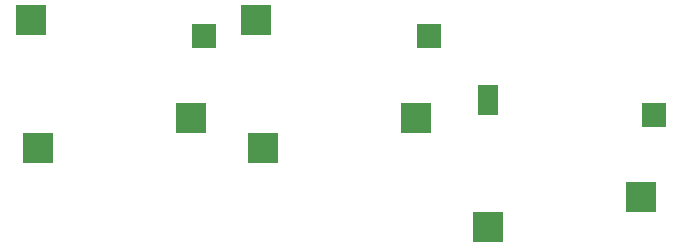
<source format=gbr>
G04 #@! TF.GenerationSoftware,KiCad,Pcbnew,(5.1.4)-1*
G04 #@! TF.CreationDate,2023-09-09T05:29:12-04:00*
G04 #@! TF.ProjectId,ThumbsUp,5468756d-6273-4557-902e-6b696361645f,rev?*
G04 #@! TF.SameCoordinates,Original*
G04 #@! TF.FileFunction,Paste,Bot*
G04 #@! TF.FilePolarity,Positive*
%FSLAX46Y46*%
G04 Gerber Fmt 4.6, Leading zero omitted, Abs format (unit mm)*
G04 Created by KiCad (PCBNEW (5.1.4)-1) date 2023-09-09 05:29:12*
%MOMM*%
%LPD*%
G04 APERTURE LIST*
%ADD10R,2.550000X2.500000*%
%ADD11R,2.000000X2.000000*%
%ADD12R,1.700000X2.500000*%
G04 APERTURE END LIST*
D10*
X-140230000Y-450660061D03*
D11*
X-125630000Y-452010061D03*
D10*
X-139672000Y-461490061D03*
X-126745000Y-458950061D03*
D12*
X-120630000Y-457380000D03*
D11*
X-106580000Y-458710000D03*
D10*
X-120622000Y-468190000D03*
X-107695000Y-465650000D03*
X-159293954Y-450660061D03*
D11*
X-144693954Y-452010061D03*
D10*
X-158735954Y-461490061D03*
X-145808954Y-458950061D03*
M02*

</source>
